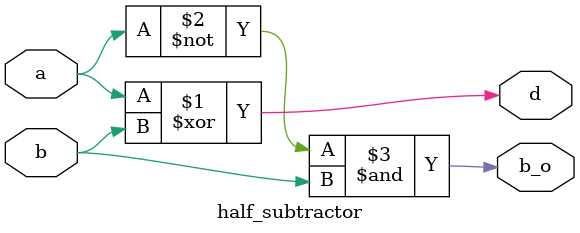
<source format=v>
`timescale 1ns / 1ps
module half_subtractor(a,b,d,b_o);
input a,b;
output d,b_o;
assign d=a^b;
assign b_o=(~a)&b;
endmodule

</source>
